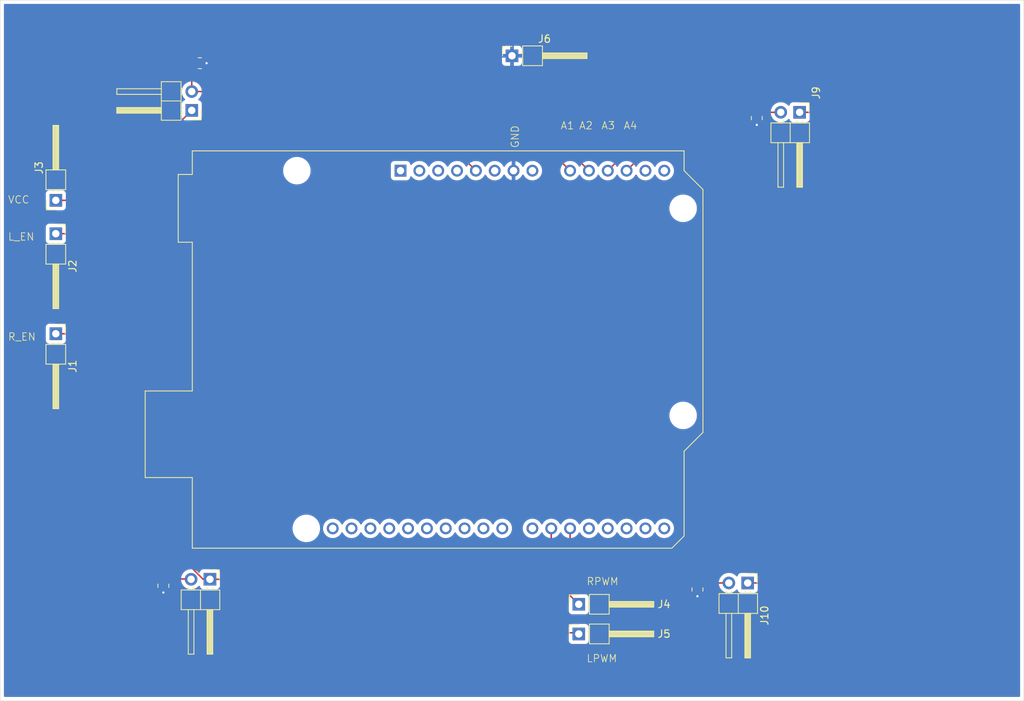
<source format=kicad_pcb>
(kicad_pcb (version 20240108) (generator "pcbnew") (generator_version "8.0")
  (layers (0 "F.Cu" signal) (31 "B.Cu" signal) (34 "B.Paste" user) (35 "F.Paste" user) (36 "B.SilkS" user "B.Silkscreen") (37 "F.SilkS" user "F.Silkscreen") (38 "B.Mask" user) (39 "F.Mask" user) (44 "Edge.Cuts" user))
  (net 0 "")
  (net 3 "Net-(A1-+5V)")
  (net 12 "Net-(A1-A2)")
  (net 14 "Net-(A1-A0)")
  (net 18 "GND")
  (net 24 "Net-(A1-D5)")
  (net 26 "Net-(A1-A1)")
  (net 30 "Net-(A1-D6)")
  (net 32 "Net-(A1-A3)")
  (footprint "Connector_PinHeader_2.54mm:PinHeader_1x01_P2.54mm_Horizontal" (layer "F.Cu") (at 112 20)
    (property "Reference" "J6" (at 4.385 -2.27 0) (layer "F.SilkS"))
    (property "Value" "Conn_01x01")
    (fp_line (start -1.27 -1.27) (end 0 -1.27) (stroke (width 0.12)) (layer "F.SilkS"))
    (fp_line (start -1.27 0) (end -1.27 -1.27) (stroke (width 0.12)) (layer "F.SilkS"))
    (fp_line (start 1.11 -0.38) (end 1.44 -0.38) (stroke (width 0.12)) (layer "F.SilkS"))
    (fp_line (start 1.11 0.38) (end 1.44 0.38) (stroke (width 0.12)) (layer "F.SilkS"))
    (fp_line (start 1.44 -1.33) (end 1.44 1.33) (stroke (width 0.12)) (layer "F.SilkS"))
    (fp_line (start 1.44 1.33) (end 4.1 1.33) (stroke (width 0.12)) (layer "F.SilkS"))
    (fp_line (start 4.1 -1.33) (end 1.44 -1.33) (stroke (width 0.12)) (layer "F.SilkS"))
    (fp_line (start 4.1 -0.38) (end 10.1 -0.38) (stroke (width 0.12)) (layer "F.SilkS"))
    (fp_line (start 4.1 -0.32) (end 10.1 -0.32) (stroke (width 0.12)) (layer "F.SilkS"))
    (fp_line (start 4.1 -0.2) (end 10.1 -0.2) (stroke (width 0.12)) (layer "F.SilkS"))
    (fp_line (start 4.1 -0.08) (end 10.1 -0.08) (stroke (width 0.12)) (layer "F.SilkS"))
    (fp_line (start 4.1 0.04) (end 10.1 0.04) (stroke (width 0.12)) (layer "F.SilkS"))
    (fp_line (start 4.1 0.16) (end 10.1 0.16) (stroke (width 0.12)) (layer "F.SilkS"))
    (fp_line (start 4.1 0.28) (end 10.1 0.28) (stroke (width 0.12)) (layer "F.SilkS"))
    (fp_line (start 4.1 1.33) (end 4.1 -1.33) (stroke (width 0.12)) (layer "F.SilkS"))
    (fp_line (start 10.1 -0.38) (end 10.1 0.38) (stroke (width 0.12)) (layer "F.SilkS"))
    (fp_line (start 10.1 0.38) (end 4.1 0.38) (stroke (width 0.12)) (layer "F.SilkS"))
    (pad "1" thru_hole rect (at 0 0) (size 1.7 1.7) (drill 1) (layers "*.Cu" "*.Mask") (net 18 "GND"))
  )
  (footprint "Connector_PinHeader_2.54mm:PinHeader_1x01_P2.54mm_Horizontal" (layer "F.Cu") (at 50.5 39.5 90)
    (property "Reference" "J3" (at 4.385 -2.27 90) (layer "F.SilkS"))
    (property "Value" "Conn_01x01")
    (fp_line (start 4.1 -1.33) (end 1.44 -1.33) (stroke (width 0.12)) (layer "F.SilkS"))
    (fp_line (start 1.44 -1.33) (end 1.44 1.33) (stroke (width 0.12)) (layer "F.SilkS"))
    (fp_line (start -1.27 -1.27) (end 0 -1.27) (stroke (width 0.12)) (layer "F.SilkS"))
    (fp_line (start 10.1 -0.38) (end 10.1 0.38) (stroke (width 0.12)) (layer "F.SilkS"))
    (fp_line (start 4.1 -0.38) (end 10.1 -0.38) (stroke (width 0.12)) (layer "F.SilkS"))
    (fp_line (start 1.11 -0.38) (end 1.44 -0.38) (stroke (width 0.12)) (layer "F.SilkS"))
    (fp_line (start 4.1 -0.32) (end 10.1 -0.32) (stroke (width 0.12)) (layer "F.SilkS"))
    (fp_line (start 4.1 -0.2) (end 10.1 -0.2) (stroke (width 0.12)) (layer "F.SilkS"))
    (fp_line (start 4.1 -0.08) (end 10.1 -0.08) (stroke (width 0.12)) (layer "F.SilkS"))
    (fp_line (start -1.27 0) (end -1.27 -1.27) (stroke (width 0.12)) (layer "F.SilkS"))
    (fp_line (start 4.1 0.04) (end 10.1 0.04) (stroke (width 0.12)) (layer "F.SilkS"))
    (fp_line (start 4.1 0.16) (end 10.1 0.16) (stroke (width 0.12)) (layer "F.SilkS"))
    (fp_line (start 4.1 0.28) (end 10.1 0.28) (stroke (width 0.12)) (layer "F.SilkS"))
    (fp_line (start 10.1 0.38) (end 4.1 0.38) (stroke (width 0.12)) (layer "F.SilkS"))
    (fp_line (start 1.11 0.38) (end 1.44 0.38) (stroke (width 0.12)) (layer "F.SilkS"))
    (fp_line (start 4.1 1.33) (end 4.1 -1.33) (stroke (width 0.12)) (layer "F.SilkS"))
    (fp_line (start 1.44 1.33) (end 4.1 1.33) (stroke (width 0.12)) (layer "F.SilkS"))
    (pad "1" thru_hole rect (at 0 0 90) (size 1.7 1.7) (drill 1) (layers "*.Cu" "*.Mask") (net 3 "Net-(A1-+5V)"))
  )
  (footprint "Resistor_SMD:R_0805_2012Metric" (layer "F.Cu") (at 137 92 -90)
    (property "Reference" "R8" (hide yes))
    (property "Value" "220" (hide yes))
    (fp_line (start -0.227064 0.735) (end 0.227064 0.735) (stroke (width 0.12)) (layer "F.SilkS"))
    (fp_line (start -0.227064 -0.735) (end 0.227064 -0.735) (stroke (width 0.12)) (layer "F.SilkS"))
    (pad "1" smd roundrect (at -0.9125 0 270) (size 1.025 1.4) (layers "F.Cu" "F.Paste" "F.Mask") (roundrect_rratio 0.243902) (net 32 "Net-(A1-A3)"))
    (pad "2" smd roundrect (at 0.9125 0 270) (size 1.025 1.4) (layers "F.Cu" "F.Paste" "F.Mask") (roundrect_rratio 0.243902) (net 18 "GND"))
  )
  (footprint "Connector_PinHeader_2.54mm:PinHeader_1x02_P2.54mm_Horizontal" (layer "F.Cu") (at 150.775 27.625 -90)
    (property "Reference" "J9" (at -2.625 -2.225 90) (layer "F.SilkS"))
    (property "Value" "PR_3")
    (fp_line (start 1.44 3.87) (end 4.1 3.87) (stroke (width 0.12)) (layer "F.SilkS"))
    (fp_line (start 4.1 3.87) (end 4.1 -1.33) (stroke (width 0.12)) (layer "F.SilkS"))
    (fp_line (start 1.042929 2.92) (end 1.44 2.92) (stroke (width 0.12)) (layer "F.SilkS"))
    (fp_line (start 10.1 2.92) (end 4.1 2.92) (stroke (width 0.12)) (layer "F.SilkS"))
    (fp_line (start 1.042929 2.16) (end 1.44 2.16) (stroke (width 0.12)) (layer "F.SilkS"))
    (fp_line (start 4.1 2.16) (end 10.1 2.16) (stroke (width 0.12)) (layer "F.SilkS"))
    (fp_line (start 10.1 2.16) (end 10.1 2.92) (stroke (width 0.12)) (layer "F.SilkS"))
    (fp_line (start 1.44 1.27) (end 4.1 1.27) (stroke (width 0.12)) (layer "F.SilkS"))
    (fp_line (start 1.11 0.38) (end 1.44 0.38) (stroke (width 0.12)) (layer "F.SilkS"))
    (fp_line (start 10.1 0.38) (end 4.1 0.38) (stroke (width 0.12)) (layer "F.SilkS"))
    (fp_line (start 4.1 0.28) (end 10.1 0.28) (stroke (width 0.12)) (layer "F.SilkS"))
    (fp_line (start 4.1 0.16) (end 10.1 0.16) (stroke (width 0.12)) (layer "F.SilkS"))
    (fp_line (start 4.1 0.04) (end 10.1 0.04) (stroke (width 0.12)) (layer "F.SilkS"))
    (fp_line (start -1.27 0) (end -1.27 -1.27) (stroke (width 0.12)) (layer "F.SilkS"))
    (fp_line (start 4.1 -0.08) (end 10.1 -0.08) (stroke (width 0.12)) (layer "F.SilkS"))
    (fp_line (start 4.1 -0.2) (end 10.1 -0.2) (stroke (width 0.12)) (layer "F.SilkS"))
    (fp_line (start 4.1 -0.32) (end 10.1 -0.32) (stroke (width 0.12)) (layer "F.SilkS"))
    (fp_line (start 1.11 -0.38) (end 1.44 -0.38) (stroke (width 0.12)) (layer "F.SilkS"))
    (fp_line (start 4.1 -0.38) (end 10.1 -0.38) (stroke (width 0.12)) (layer "F.SilkS"))
    (fp_line (start 10.1 -0.38) (end 10.1 0.38) (stroke (width 0.12)) (layer "F.SilkS"))
    (fp_line (start -1.27 -1.27) (end 0 -1.27) (stroke (width 0.12)) (layer "F.SilkS"))
    (fp_line (start 1.44 -1.33) (end 1.44 3.87) (stroke (width 0.12)) (layer "F.SilkS"))
    (fp_line (start 4.1 -1.33) (end 1.44 -1.33) (stroke (width 0.12)) (layer "F.SilkS"))
    (pad "1" thru_hole rect (at 0 0 270) (size 1.7 1.7) (drill 1) (layers "*.Cu" "*.Mask") (net 3 "Net-(A1-+5V)"))
    (pad "2" thru_hole oval (at 0 2.54 270) (size 1.7 1.7) (drill 1) (layers "*.Cu" "*.Mask") (net 12 "Net-(A1-A2)"))
  )
  (footprint "Module:Arduino_UNO_R3_WithMountingHoles" (layer "F.Cu") (at 96.97 35.5)
    (property "Reference" "A1" (hide yes))
    (property "Value" "Arduino_UNO_R3")
    (fp_line (start -34.42 29.72) (end -34.42 41.4) (stroke (width 0.12)) (layer "F.SilkS"))
    (fp_line (start -34.42 41.4) (end -28.07 41.4) (stroke (width 0.12)) (layer "F.SilkS"))
    (fp_line (start -29.97 0.51) (end -29.97 9.65) (stroke (width 0.12)) (layer "F.SilkS"))
    (fp_line (start -29.97 9.65) (end -28.07 9.65) (stroke (width 0.12)) (layer "F.SilkS"))
    (fp_line (start -28.07 -2.67) (end -28.07 0.51) (stroke (width 0.12)) (layer "F.SilkS"))
    (fp_line (start -28.07 0.51) (end -29.97 0.51) (stroke (width 0.12)) (layer "F.SilkS"))
    (fp_line (start -28.07 9.65) (end -28.07 29.72) (stroke (width 0.12)) (layer "F.SilkS"))
    (fp_line (start -28.07 29.72) (end -34.42 29.72) (stroke (width 0.12)) (layer "F.SilkS"))
    (fp_line (start -28.07 41.4) (end -28.07 50.93) (stroke (width 0.12)) (layer "F.SilkS"))
    (fp_line (start -28.07 50.93) (end 36.58 50.93) (stroke (width 0.12)) (layer "F.SilkS"))
    (fp_line (start 36.58 50.93) (end 38.23 49.28) (stroke (width 0.12)) (layer "F.SilkS"))
    (fp_line (start 38.23 -2.67) (end -28.07 -2.67) (stroke (width 0.12)) (layer "F.SilkS"))
    (fp_line (start 38.23 0) (end 38.23 -2.67) (stroke (width 0.12)) (layer "F.SilkS"))
    (fp_line (start 38.23 37.85) (end 40.77 35.31) (stroke (width 0.12)) (layer "F.SilkS"))
    (fp_line (start 38.23 49.28) (end 38.23 37.85) (stroke (width 0.12)) (layer "F.SilkS"))
    (fp_line (start 40.77 2.54) (end 38.23 0) (stroke (width 0.12)) (layer "F.SilkS"))
    (fp_line (start 40.77 35.31) (end 40.77 2.54) (stroke (width 0.12)) (layer "F.SilkS"))
    (pad "" np_thru_hole circle (at -13.97 0 90) (size 3.2 3.2) (drill 3.2) (layers "*.Cu" "*.Mask"))
    (pad "" np_thru_hole circle (at -12.7 48.26 90) (size 3.2 3.2) (drill 3.2) (layers "*.Cu" "*.Mask"))
    (pad "" np_thru_hole circle (at 38.1 5.08 90) (size 3.2 3.2) (drill 3.2) (layers "*.Cu" "*.Mask"))
    (pad "" np_thru_hole circle (at 38.1 33.02 90) (size 3.2 3.2) (drill 3.2) (layers "*.Cu" "*.Mask"))
    (pad "1" thru_hole rect (at 0 0 90) (size 1.6 1.6) (drill 1) (layers "*.Cu" "*.Mask"))
    (pad "2" thru_hole oval (at 2.54 0 90) (size 1.6 1.6) (drill 1) (layers "*.Cu" "*.Mask"))
    (pad "3" thru_hole oval (at 5.08 0 90) (size 1.6 1.6) (drill 1) (layers "*.Cu" "*.Mask"))
    (pad "4" thru_hole oval (at 7.62 0 90) (size 1.6 1.6) (drill 1) (layers "*.Cu" "*.Mask"))
    (pad "5" thru_hole oval (at 10.16 0 90) (size 1.6 1.6) (drill 1) (layers "*.Cu" "*.Mask") (net 3 "Net-(A1-+5V)"))
    (pad "6" thru_hole oval (at 12.7 0 90) (size 1.6 1.6) (drill 1) (layers "*.Cu" "*.Mask"))
    (pad "7" thru_hole oval (at 15.24 0 90) (size 1.6 1.6) (drill 1) (layers "*.Cu" "*.Mask") (net 18 "GND"))
    (pad "8" thru_hole oval (at 17.78 0 90) (size 1.6 1.6) (drill 1) (layers "*.Cu" "*.Mask"))
    (pad "9" thru_hole oval (at 22.86 0 90) (size 1.6 1.6) (drill 1) (layers "*.Cu" "*.Mask") (net 14 "Net-(A1-A0)"))
    (pad "10" thru_hole oval (at 25.4 0 90) (size 1.6 1.6) (drill 1) (layers "*.Cu" "*.Mask") (net 26 "Net-(A1-A1)"))
    (pad "11" thru_hole oval (at 27.94 0 90) (size 1.6 1.6) (drill 1) (layers "*.Cu" "*.Mask") (net 12 "Net-(A1-A2)"))
    (pad "12" thru_hole oval (at 30.48 0 90) (size 1.6 1.6) (drill 1) (layers "*.Cu" "*.Mask") (net 32 "Net-(A1-A3)"))
    (pad "13" thru_hole oval (at 33.02 0 90) (size 1.6 1.6) (drill 1) (layers "*.Cu" "*.Mask"))
    (pad "14" thru_hole oval (at 35.56 0 90) (size 1.6 1.6) (drill 1) (layers "*.Cu" "*.Mask"))
    (pad "15" thru_hole oval (at 35.56 48.26 90) (size 1.6 1.6) (drill 1) (layers "*.Cu" "*.Mask"))
    (pad "16" thru_hole oval (at 33.02 48.26 90) (size 1.6 1.6) (drill 1) (layers "*.Cu" "*.Mask"))
    (pad "17" thru_hole oval (at 30.48 48.26 90) (size 1.6 1.6) (drill 1) (layers "*.Cu" "*.Mask"))
    (pad "18" thru_hole oval (at 27.94 48.26 90) (size 1.6 1.6) (drill 1) (layers "*.Cu" "*.Mask"))
    (pad "19" thru_hole oval (at 25.4 48.26 90) (size 1.6 1.6) (drill 1) (layers "*.Cu" "*.Mask"))
    (pad "20" thru_hole oval (at 22.86 48.26 90) (size 1.6 1.6) (drill 1) (layers "*.Cu" "*.Mask") (net 24 "Net-(A1-D5)"))
    (pad "21" thru_hole oval (at 20.32 48.26 90) (size 1.6 1.6) (drill 1) (layers "*.Cu" "*.Mask") (net 30 "Net-(A1-D6)"))
    (pad "22" thru_hole oval (at 17.78 48.26 90) (size 1.6 1.6) (drill 1) (layers "*.Cu" "*.Mask"))
    (pad "23" thru_hole oval (at 13.72 48.26 90) (size 1.6 1.6) (drill 1) (layers "*.Cu" "*.Mask"))
    (pad "24" thru_hole oval (at 11.18 48.26 90) (size 1.6 1.6) (drill 1) (layers "*.Cu" "*.Mask"))
    (pad "25" thru_hole oval (at 8.64 48.26 90) (size 1.6 1.6) (drill 1) (layers "*.Cu" "*.Mask"))
    (pad "26" thru_hole oval (at 6.1 48.26 90) (size 1.6 1.6) (drill 1) (layers "*.Cu" "*.Mask"))
    (pad "27" thru_hole oval (at 3.56 48.26 90) (size 1.6 1.6) (drill 1) (layers "*.Cu" "*.Mask"))
    (pad "28" thru_hole oval (at 1.02 48.26 90) (size 1.6 1.6) (drill 1) (layers "*.Cu" "*.Mask"))
    (pad "29" thru_hole oval (at -1.52 48.26 90) (size 1.6 1.6) (drill 1) (layers "*.Cu" "*.Mask"))
    (pad "30" thru_hole oval (at -4.06 48.26 90) (size 1.6 1.6) (drill 1) (layers "*.Cu" "*.Mask"))
    (pad "31" thru_hole oval (at -6.6 48.26 90) (size 1.6 1.6) (drill 1) (layers "*.Cu" "*.Mask"))
    (pad "32" thru_hole oval (at -9.14 48.26 90) (size 1.6 1.6) (drill 1) (layers "*.Cu" "*.Mask"))
  )
  (footprint "Resistor_SMD:R_0805_2012Metric" (layer "F.Cu") (at 69.9125 21)
    (property "Reference" "R6" (hide yes))
    (property "Value" "220" (hide yes))
    (fp_line (start -0.227064 -0.735) (end 0.227064 -0.735) (stroke (width 0.12)) (layer "F.SilkS"))
    (fp_line (start -0.227064 0.735) (end 0.227064 0.735) (stroke (width 0.12)) (layer "F.SilkS"))
    (pad "1" smd roundrect (at -0.9125 0) (size 1.025 1.4) (layers "F.Cu" "F.Paste" "F.Mask") (roundrect_rratio 0.243902) (net 26 "Net-(A1-A1)"))
    (pad "2" smd roundrect (at 0.9125 0) (size 1.025 1.4) (layers "F.Cu" "F.Paste" "F.Mask") (roundrect_rratio 0.243902) (net 18 "GND"))
  )
  (footprint "Connector_PinHeader_2.54mm:PinHeader_1x02_P2.54mm_Horizontal" (layer "F.Cu") (at 71.275 90.625 -90)
    (property "Reference" "J7" (hide yes))
    (property "Value" "PR_1")
    (fp_line (start 1.44 3.87) (end 4.1 3.87) (stroke (width 0.12)) (layer "F.SilkS"))
    (fp_line (start 4.1 3.87) (end 4.1 -1.33) (stroke (width 0.12)) (layer "F.SilkS"))
    (fp_line (start 1.042929 2.92) (end 1.44 2.92) (stroke (width 0.12)) (layer "F.SilkS"))
    (fp_line (start 10.1 2.92) (end 4.1 2.92) (stroke (width 0.12)) (layer "F.SilkS"))
    (fp_line (start 1.042929 2.16) (end 1.44 2.16) (stroke (width 0.12)) (layer "F.SilkS"))
    (fp_line (start 4.1 2.16) (end 10.1 2.16) (stroke (width 0.12)) (layer "F.SilkS"))
    (fp_line (start 10.1 2.16) (end 10.1 2.92) (stroke (width 0.12)) (layer "F.SilkS"))
    (fp_line (start 1.44 1.27) (end 4.1 1.27) (stroke (width 0.12)) (layer "F.SilkS"))
    (fp_line (start 1.11 0.38) (end 1.44 0.38) (stroke (width 0.12)) (layer "F.SilkS"))
    (fp_line (start 10.1 0.38) (end 4.1 0.38) (stroke (width 0.12)) (layer "F.SilkS"))
    (fp_line (start 4.1 0.28) (end 10.1 0.28) (stroke (width 0.12)) (layer "F.SilkS"))
    (fp_line (start 4.1 0.16) (end 10.1 0.16) (stroke (width 0.12)) (layer "F.SilkS"))
    (fp_line (start 4.1 0.04) (end 10.1 0.04) (stroke (width 0.12)) (layer "F.SilkS"))
    (fp_line (start -1.27 0) (end -1.27 -1.27) (stroke (width 0.12)) (layer "F.SilkS"))
    (fp_line (start 4.1 -0.08) (end 10.1 -0.08) (stroke (width 0.12)) (layer "F.SilkS"))
    (fp_line (start 4.1 -0.2) (end 10.1 -0.2) (stroke (width 0.12)) (layer "F.SilkS"))
    (fp_line (start 4.1 -0.32) (end 10.1 -0.32) (stroke (width 0.12)) (layer "F.SilkS"))
    (fp_line (start 1.11 -0.38) (end 1.44 -0.38) (stroke (width 0.12)) (layer "F.SilkS"))
    (fp_line (start 4.1 -0.38) (end 10.1 -0.38) (stroke (width 0.12)) (layer "F.SilkS"))
    (fp_line (start 10.1 -0.38) (end 10.1 0.38) (stroke (width 0.12)) (layer "F.SilkS"))
    (fp_line (start -1.27 -1.27) (end 0 -1.27) (stroke (width 0.12)) (layer "F.SilkS"))
    (fp_line (start 1.44 -1.33) (end 1.44 3.87) (stroke (width 0.12)) (layer "F.SilkS"))
    (fp_line (start 4.1 -1.33) (end 1.44 -1.33) (stroke (width 0.12)) (layer "F.SilkS"))
    (pad "1" thru_hole rect (at 0 0 270) (size 1.7 1.7) (drill 1) (layers "*.Cu" "*.Mask") (net 3 "Net-(A1-+5V)"))
    (pad "2" thru_hole oval (at 0 2.54 270) (size 1.7 1.7) (drill 1) (layers "*.Cu" "*.Mask") (net 14 "Net-(A1-A0)"))
  )
  (footprint "Connector_PinHeader_2.54mm:PinHeader_1x02_P2.54mm_Horizontal" (layer "F.Cu") (at 143.775 91.125 -90)
    (property "Reference" "J10" (at 4.385 -2.27 90) (layer "F.SilkS"))
    (property "Value" "PR_4")
    (fp_line (start 1.44 3.87) (end 4.1 3.87) (stroke (width 0.12)) (layer "F.SilkS"))
    (fp_line (start 4.1 3.87) (end 4.1 -1.33) (stroke (width 0.12)) (layer "F.SilkS"))
    (fp_line (start 1.042929 2.92) (end 1.44 2.92) (stroke (width 0.12)) (layer "F.SilkS"))
    (fp_line (start 10.1 2.92) (end 4.1 2.92) (stroke (width 0.12)) (layer "F.SilkS"))
    (fp_line (start 1.042929 2.16) (end 1.44 2.16) (stroke (width 0.12)) (layer "F.SilkS"))
    (fp_line (start 4.1 2.16) (end 10.1 2.16) (stroke (width 0.12)) (layer "F.SilkS"))
    (fp_line (start 10.1 2.16) (end 10.1 2.92) (stroke (width 0.12)) (layer "F.SilkS"))
    (fp_line (start 1.44 1.27) (end 4.1 1.27) (stroke (width 0.12)) (layer "F.SilkS"))
    (fp_line (start 1.11 0.38) (end 1.44 0.38) (stroke (width 0.12)) (layer "F.SilkS"))
    (fp_line (start 10.1 0.38) (end 4.1 0.38) (stroke (width 0.12)) (layer "F.SilkS"))
    (fp_line (start 4.1 0.28) (end 10.1 0.28) (stroke (width 0.12)) (layer "F.SilkS"))
    (fp_line (start 4.1 0.16) (end 10.1 0.16) (stroke (width 0.12)) (layer "F.SilkS"))
    (fp_line (start 4.1 0.04) (end 10.1 0.04) (stroke (width 0.12)) (layer "F.SilkS"))
    (fp_line (start -1.27 0) (end -1.27 -1.27) (stroke (width 0.12)) (layer "F.SilkS"))
    (fp_line (start 4.1 -0.08) (end 10.1 -0.08) (stroke (width 0.12)) (layer "F.SilkS"))
    (fp_line (start 4.1 -0.2) (end 10.1 -0.2) (stroke (width 0.12)) (layer "F.SilkS"))
    (fp_line (start 4.1 -0.32) (end 10.1 -0.32) (stroke (width 0.12)) (layer "F.SilkS"))
    (fp_line (start 1.11 -0.38) (end 1.44 -0.38) (stroke (width 0.12)) (layer "F.SilkS"))
    (fp_line (start 4.1 -0.38) (end 10.1 -0.38) (stroke (width 0.12)) (layer "F.SilkS"))
    (fp_line (start 10.1 -0.38) (end 10.1 0.38) (stroke (width 0.12)) (layer "F.SilkS"))
    (fp_line (start -1.27 -1.27) (end 0 -1.27) (stroke (width 0.12)) (layer "F.SilkS"))
    (fp_line (start 1.44 -1.33) (end 1.44 3.87) (stroke (width 0.12)) (layer "F.SilkS"))
    (fp_line (start 4.1 -1.33) (end 1.44 -1.33) (stroke (width 0.12)) (layer "F.SilkS"))
    (pad "1" thru_hole rect (at 0 0 270) (size 1.7 1.7) (drill 1) (layers "*.Cu" "*.Mask") (net 3 "Net-(A1-+5V)"))
    (pad "2" thru_hole oval (at 0 2.54 270) (size 1.7 1.7) (drill 1) (layers "*.Cu" "*.Mask") (net 32 "Net-(A1-A3)"))
  )
  (footprint "Connector_PinHeader_2.54mm:PinHeader_1x01_P2.54mm_Horizontal" (layer "F.Cu") (at 50.5 57.5 -90)
    (property "Reference" "J1" (at 4.385 -2.27 90) (layer "F.SilkS"))
    (property "Value" "Conn_01x01")
    (fp_line (start 1.44 1.33) (end 4.1 1.33) (stroke (width 0.12)) (layer "F.SilkS"))
    (fp_line (start 4.1 1.33) (end 4.1 -1.33) (stroke (width 0.12)) (layer "F.SilkS"))
    (fp_line (start 1.11 0.38) (end 1.44 0.38) (stroke (width 0.12)) (layer "F.SilkS"))
    (fp_line (start 10.1 0.38) (end 4.1 0.38) (stroke (width 0.12)) (layer "F.SilkS"))
    (fp_line (start 4.1 0.28) (end 10.1 0.28) (stroke (width 0.12)) (layer "F.SilkS"))
    (fp_line (start 4.1 0.16) (end 10.1 0.16) (stroke (width 0.12)) (layer "F.SilkS"))
    (fp_line (start 4.1 0.04) (end 10.1 0.04) (stroke (width 0.12)) (layer "F.SilkS"))
    (fp_line (start -1.27 0) (end -1.27 -1.27) (stroke (width 0.12)) (layer "F.SilkS"))
    (fp_line (start 4.1 -0.08) (end 10.1 -0.08) (stroke (width 0.12)) (layer "F.SilkS"))
    (fp_line (start 4.1 -0.2) (end 10.1 -0.2) (stroke (width 0.12)) (layer "F.SilkS"))
    (fp_line (start 4.1 -0.32) (end 10.1 -0.32) (stroke (width 0.12)) (layer "F.SilkS"))
    (fp_line (start 1.11 -0.38) (end 1.44 -0.38) (stroke (width 0.12)) (layer "F.SilkS"))
    (fp_line (start 4.1 -0.38) (end 10.1 -0.38) (stroke (width 0.12)) (layer "F.SilkS"))
    (fp_line (start 10.1 -0.38) (end 10.1 0.38) (stroke (width 0.12)) (layer "F.SilkS"))
    (fp_line (start -1.27 -1.27) (end 0 -1.27) (stroke (width 0.12)) (layer "F.SilkS"))
    (fp_line (start 1.44 -1.33) (end 1.44 1.33) (stroke (width 0.12)) (layer "F.SilkS"))
    (fp_line (start 4.1 -1.33) (end 1.44 -1.33) (stroke (width 0.12)) (layer "F.SilkS"))
    (pad "1" thru_hole rect (at 0 0 270) (size 1.7 1.7) (drill 1) (layers "*.Cu" "*.Mask") (net 3 "Net-(A1-+5V)"))
  )
  (footprint "Connector_PinHeader_2.54mm:PinHeader_1x01_P2.54mm_Horizontal" (layer "F.Cu") (at 121 98)
    (property "Reference" "J5" (at 11.5 0 0) (layer "F.SilkS"))
    (property "Value" "Conn_01x01")
    (fp_line (start -1.27 -1.27) (end 0 -1.27) (stroke (width 0.12)) (layer "F.SilkS"))
    (fp_line (start -1.27 0) (end -1.27 -1.27) (stroke (width 0.12)) (layer "F.SilkS"))
    (fp_line (start 1.11 -0.38) (end 1.44 -0.38) (stroke (width 0.12)) (layer "F.SilkS"))
    (fp_line (start 1.11 0.38) (end 1.44 0.38) (stroke (width 0.12)) (layer "F.SilkS"))
    (fp_line (start 1.44 -1.33) (end 1.44 1.33) (stroke (width 0.12)) (layer "F.SilkS"))
    (fp_line (start 1.44 1.33) (end 4.1 1.33) (stroke (width 0.12)) (layer "F.SilkS"))
    (fp_line (start 4.1 -1.33) (end 1.44 -1.33) (stroke (width 0.12)) (layer "F.SilkS"))
    (fp_line (start 4.1 -0.38) (end 10.1 -0.38) (stroke (width 0.12)) (layer "F.SilkS"))
    (fp_line (start 4.1 -0.32) (end 10.1 -0.32) (stroke (width 0.12)) (layer "F.SilkS"))
    (fp_line (start 4.1 -0.2) (end 10.1 -0.2) (stroke (width 0.12)) (layer "F.SilkS"))
    (fp_line (start 4.1 -0.08) (end 10.1 -0.08) (stroke (width 0.12)) (layer "F.SilkS"))
    (fp_line (start 4.1 0.04) (end 10.1 0.04) (stroke (width 0.12)) (layer "F.SilkS"))
    (fp_line (start 4.1 0.16) (end 10.1 0.16) (stroke (width 0.12)) (layer "F.SilkS"))
    (fp_line (start 4.1 0.28) (end 10.1 0.28) (stroke (width 0.12)) (layer "F.SilkS"))
    (fp_line (start 4.1 1.33) (end 4.1 -1.33) (stroke (width 0.12)) (layer "F.SilkS"))
    (fp_line (start 10.1 -0.38) (end 10.1 0.38) (stroke (width 0.12)) (layer "F.SilkS"))
    (fp_line (start 10.1 0.38) (end 4.1 0.38) (stroke (width 0.12)) (layer "F.SilkS"))
    (pad "1" thru_hole rect (at 0 0) (size 1.7 1.7) (drill 1) (layers "*.Cu" "*.Mask") (net 30 "Net-(A1-D6)"))
  )
  (footprint "Resistor_SMD:R_0805_2012Metric" (layer "F.Cu") (at 65 91.5 -90)
    (property "Reference" "R5" (hide yes))
    (property "Value" "220" (hide yes))
    (fp_line (start -0.227064 0.735) (end 0.227064 0.735) (stroke (width 0.12)) (layer "F.SilkS"))
    (fp_line (start -0.227064 -0.735) (end 0.227064 -0.735) (stroke (width 0.12)) (layer "F.SilkS"))
    (pad "1" smd roundrect (at -0.9125 0 270) (size 1.025 1.4) (layers "F.Cu" "F.Paste" "F.Mask") (roundrect_rratio 0.243902) (net 14 "Net-(A1-A0)"))
    (pad "2" smd roundrect (at 0.9125 0 270) (size 1.025 1.4) (layers "F.Cu" "F.Paste" "F.Mask") (roundrect_rratio 0.243902) (net 18 "GND"))
  )
  (footprint "Resistor_SMD:R_0805_2012Metric" (layer "F.Cu") (at 145 28.4125 -90)
    (property "Reference" "R7" (hide yes))
    (property "Value" "220" (hide yes))
    (fp_line (start -0.227064 0.735) (end 0.227064 0.735) (stroke (width 0.12)) (layer "F.SilkS"))
    (fp_line (start -0.227064 -0.735) (end 0.227064 -0.735) (stroke (width 0.12)) (layer "F.SilkS"))
    (pad "1" smd roundrect (at -0.9125 0 270) (size 1.025 1.4) (layers "F.Cu" "F.Paste" "F.Mask") (roundrect_rratio 0.243902) (net 12 "Net-(A1-A2)"))
    (pad "2" smd roundrect (at 0.9125 0 270) (size 1.025 1.4) (layers "F.Cu" "F.Paste" "F.Mask") (roundrect_rratio 0.243902) (net 18 "GND"))
  )
  (footprint "Connector_PinHeader_2.54mm:PinHeader_1x01_P2.54mm_Horizontal" (layer "F.Cu") (at 121 94)
    (property "Reference" "J4" (at 11.5 0 0) (layer "F.SilkS"))
    (property "Value" "Conn_01x01")
    (fp_line (start -1.27 -1.27) (end 0 -1.27) (stroke (width 0.12)) (layer "F.SilkS"))
    (fp_line (start -1.27 0) (end -1.27 -1.27) (stroke (width 0.12)) (layer "F.SilkS"))
    (fp_line (start 1.11 -0.38) (end 1.44 -0.38) (stroke (width 0.12)) (layer "F.SilkS"))
    (fp_line (start 1.11 0.38) (end 1.44 0.38) (stroke (width 0.12)) (layer "F.SilkS"))
    (fp_line (start 1.44 -1.33) (end 1.44 1.33) (stroke (width 0.12)) (layer "F.SilkS"))
    (fp_line (start 1.44 1.33) (end 4.1 1.33) (stroke (width 0.12)) (layer "F.SilkS"))
    (fp_line (start 4.1 -1.33) (end 1.44 -1.33) (stroke (width 0.12)) (layer "F.SilkS"))
    (fp_line (start 4.1 -0.38) (end 10.1 -0.38) (stroke (width 0.12)) (layer "F.SilkS"))
    (fp_line (start 4.1 -0.32) (end 10.1 -0.32) (stroke (width 0.12)) (layer "F.SilkS"))
    (fp_line (start 4.1 -0.2) (end 10.1 -0.2) (stroke (width 0.12)) (layer "F.SilkS"))
    (fp_line (start 4.1 -0.08) (end 10.1 -0.08) (stroke (width 0.12)) (layer "F.SilkS"))
    (fp_line (start 4.1 0.04) (end 10.1 0.04) (stroke (width 0.12)) (layer "F.SilkS"))
    (fp_line (start 4.1 0.16) (end 10.1 0.16) (stroke (width 0.12)) (layer "F.SilkS"))
    (fp_line (start 4.1 0.28) (end 10.1 0.28) (stroke (width 0.12)) (layer "F.SilkS"))
    (fp_line (start 4.1 1.33) (end 4.1 -1.33) (stroke (width 0.12)) (layer "F.SilkS"))
    (fp_line (start 10.1 -0.38) (end 10.1 0.38) (stroke (width 0.12)) (layer "F.SilkS"))
    (fp_line (start 10.1 0.38) (end 4.1 0.38) (stroke (width 0.12)) (layer "F.SilkS"))
    (pad "1" thru_hole rect (at 0 0) (size 1.7 1.7) (drill 1) (layers "*.Cu" "*.Mask") (net 24 "Net-(A1-D5)"))
  )
  (footprint "Connector_PinHeader_2.54mm:PinHeader_1x02_P2.54mm_Horizontal" (layer "F.Cu") (at 68.825 27.365 180)
    (property "Reference" "J8" (hide yes))
    (property "Value" "PR_2")
    (fp_line (start 10.1 2.92) (end 4.1 2.92) (stroke (width 0.12)) (layer "F.SilkS"))
    (fp_line (start 10.1 2.16) (end 10.1 2.92) (stroke (width 0.12)) (layer "F.SilkS"))
    (fp_line (start 10.1 0.38) (end 4.1 0.38) (stroke (width 0.12)) (layer "F.SilkS"))
    (fp_line (start 10.1 -0.38) (end 10.1 0.38) (stroke (width 0.12)) (layer "F.SilkS"))
    (fp_line (start 4.1 3.87) (end 4.1 -1.33) (stroke (width 0.12)) (layer "F.SilkS"))
    (fp_line (start 4.1 2.16) (end 10.1 2.16) (stroke (width 0.12)) (layer "F.SilkS"))
    (fp_line (start 4.1 0.28) (end 10.1 0.28) (stroke (width 0.12)) (layer "F.SilkS"))
    (fp_line (start 4.1 0.16) (end 10.1 0.16) (stroke (width 0.12)) (layer "F.SilkS"))
    (fp_line (start 4.1 0.04) (end 10.1 0.04) (stroke (width 0.12)) (layer "F.SilkS"))
    (fp_line (start 4.1 -0.08) (end 10.1 -0.08) (stroke (width 0.12)) (layer "F.SilkS"))
    (fp_line (start 4.1 -0.2) (end 10.1 -0.2) (stroke (width 0.12)) (layer "F.SilkS"))
    (fp_line (start 4.1 -0.32) (end 10.1 -0.32) (stroke (width 0.12)) (layer "F.SilkS"))
    (fp_line (start 4.1 -0.38) (end 10.1 -0.38) (stroke (width 0.12)) (layer "F.SilkS"))
    (fp_line (start 4.1 -1.33) (end 1.44 -1.33) (stroke (width 0.12)) (layer "F.SilkS"))
    (fp_line (start 1.44 3.87) (end 4.1 3.87) (stroke (width 0.12)) (layer "F.SilkS"))
    (fp_line (start 1.44 1.27) (end 4.1 1.27) (stroke (width 0.12)) (layer "F.SilkS"))
    (fp_line (start 1.44 -1.33) (end 1.44 3.87) (stroke (width 0.12)) (layer "F.SilkS"))
    (fp_line (start 1.11 0.38) (end 1.44 0.38) (stroke (width 0.12)) (layer "F.SilkS"))
    (fp_line (start 1.11 -0.38) (end 1.44 -0.38) (stroke (width 0.12)) (layer "F.SilkS"))
    (fp_line (start 1.042929 2.92) (end 1.44 2.92) (stroke (width 0.12)) (layer "F.SilkS"))
    (fp_line (start 1.042929 2.16) (end 1.44 2.16) (stroke (width 0.12)) (layer "F.SilkS"))
    (fp_line (start -1.27 0) (end -1.27 -1.27) (stroke (width 0.12)) (layer "F.SilkS"))
    (fp_line (start -1.27 -1.27) (end 0 -1.27) (stroke (width 0.12)) (layer "F.SilkS"))
    (pad "1" thru_hole rect (at 0 0 180) (size 1.7 1.7) (drill 1) (layers "*.Cu" "*.Mask") (net 3 "Net-(A1-+5V)"))
    (pad "2" thru_hole oval (at 0 2.54 180) (size 1.7 1.7) (drill 1) (layers "*.Cu" "*.Mask") (net 26 "Net-(A1-A1)"))
  )
  (footprint "Connector_PinHeader_2.54mm:PinHeader_1x01_P2.54mm_Horizontal" (layer "F.Cu") (at 50.5 44 -90)
    (property "Reference" "J2" (at 4.385 -2.27 90) (layer "F.SilkS"))
    (property "Value" "Conn_01x01")
    (fp_line (start 1.44 1.33) (end 4.1 1.33) (stroke (width 0.12)) (layer "F.SilkS"))
    (fp_line (start 4.1 1.33) (end 4.1 -1.33) (stroke (width 0.12)) (layer "F.SilkS"))
    (fp_line (start 1.11 0.38) (end 1.44 0.38) (stroke (width 0.12)) (layer "F.SilkS"))
    (fp_line (start 10.1 0.38) (end 4.1 0.38) (stroke (width 0.12)) (layer "F.SilkS"))
    (fp_line (start 4.1 0.28) (end 10.1 0.28) (stroke (width 0.12)) (layer "F.SilkS"))
    (fp_line (start 4.1 0.16) (end 10.1 0.16) (stroke (width 0.12)) (layer "F.SilkS"))
    (fp_line (start 4.1 0.04) (end 10.1 0.04) (stroke (width 0.12)) (layer "F.SilkS"))
    (fp_line (start -1.27 0) (end -1.27 -1.27) (stroke (width 0.12)) (layer "F.SilkS"))
    (fp_line (start 4.1 -0.08) (end 10.1 -0.08) (stroke (width 0.12)) (layer "F.SilkS"))
    (fp_line (start 4.1 -0.2) (end 10.1 -0.2) (stroke (width 0.12)) (layer "F.SilkS"))
    (fp_line (start 4.1 -0.32) (end 10.1 -0.32) (stroke (width 0.12)) (layer "F.SilkS"))
    (fp_line (start 1.11 -0.38) (end 1.44 -0.38) (stroke (width 0.12)) (layer "F.SilkS"))
    (fp_line (start 4.1 -0.38) (end 10.1 -0.38) (stroke (width 0.12)) (layer "F.SilkS"))
    (fp_line (start 10.1 -0.38) (end 10.1 0.38) (stroke (width 0.12)) (layer "F.SilkS"))
    (fp_line (start -1.27 -1.27) (end 0 -1.27) (stroke (width 0.12)) (layer "F.SilkS"))
    (fp_line (start 1.44 -1.33) (end 1.44 1.33) (stroke (width 0.12)) (layer "F.SilkS"))
    (fp_line (start 4.1 -1.33) (end 1.44 -1.33) (stroke (width 0.12)) (layer "F.SilkS"))
    (pad "1" thru_hole rect (at 0 0 270) (size 1.7 1.7) (drill 1) (layers "*.Cu" "*.Mask") (net 3 "Net-(A1-+5V)"))
  )
  (gr_rect (start 43 12.5) (end 181 107) (stroke (width 0.05)) (fill none) (layer "Edge.Cuts"))
  (gr_text "L_EN" (at 44 45 0) (layer "F.SilkS") (effects (font (size 1 1) (thickness 0.1)) (justify left bottom)))
  (gr_text "LPWM\n\n" (at 122 103.5 0) (layer "F.SilkS") (effects (font (size 1 1) (thickness 0.1)) (justify left bottom)))
  (gr_text "R_EN\n" (at 44 58.5 0) (layer "F.SilkS") (effects (font (size 1 1) (thickness 0.1)) (justify left bottom)))
  (gr_text "VCC" (at 44 40 0) (layer "F.SilkS") (effects (font (size 1 1) (thickness 0.1)) (justify left bottom)))
  (gr_text "RPWM\n" (at 122 91.5 0) (layer "F.SilkS") (effects (font (size 1 1) (thickness 0.1)) (justify left bottom)))
  (gr_text "GND\n" (at 113 32.5 90) (layer "F.SilkS") (effects (font (size 1 1) (thickness 0.1)) (justify left bottom)))
  (gr_text "A3" (at 124 30 0) (layer "F.SilkS") (effects (font (size 1 1) (thickness 0.1)) (justify left bottom)))
  (gr_text "A2" (at 121 30 0) (layer "F.SilkS") (effects (font (size 1 1) (thickness 0.1)) (justify left bottom)))
  (gr_text "A4" (at 127 30 0) (layer "F.SilkS") (effects (font (size 1 1) (thickness 0.1)) (justify left bottom)))
  (gr_text "A1\n" (at 118.5 30 0) (layer "F.SilkS") (effects (font (size 1 1) (thickness 0.1)) (justify left bottom)))
  (segment (start 72.625 90.625) (end 71.275 90.625) (width 0.2) (layer "F.Cu") (net 3))
  (segment (start 54.5 43) (end 54.5 41) (width 0.2) (layer "F.Cu") (net 3))
  (segment (start 65 32) (end 61.5 35.5) (width 0.2) (layer "F.Cu") (net 3))
  (segment (start 70.361346 90.625) (end 71.275 90.625) (width 0.2) (layer "F.Cu") (net 3))
  (segment (start 107.13 35.5) (end 103.63 32) (width 0.2) (layer "F.Cu") (net 3))
  (segment (start 64.5 29.5) (end 66.69 29.5) (width 0.2) (layer "F.Cu") (net 3))
  (segment (start 159.5 28.5) (end 159.5 85) (width 0.2) (layer "F.Cu") (net 3))
  (segment (start 83.5 105) (end 81 105) (width 0.2) (layer "F.Cu") (net 3))
  (segment (start 54.5 43) (end 53.5 44) (width 0.2) (layer "F.Cu") (net 3))
  (segment (start 54.5 102.5) (end 54.5 56.5) (width 0.2) (layer "F.Cu") (net 3))
  (segment (start 158.625 27.625) (end 159.5 28.5) (width 0.2) (layer "F.Cu") (net 3))
  (segment (start 153.5 91) (end 153.5 96.5) (width 0.2) (layer "F.Cu") (net 3))
  (segment (start 61.5 81.763654) (end 70.361346 90.625) (width 0.2) (layer "F.Cu") (net 3))
  (segment (start 103.63 32) (end 65 32) (width 0.2) (layer "F.Cu") (net 3))
  (segment (start 66.69 29.5) (end 68.825 27.365) (width 0.2) (layer "F.Cu") (net 3))
  (segment (start 54.5 56.5) (end 53.5 57.5) (width 0.2) (layer "F.Cu") (net 3))
  (segment (start 153.5 91) (end 153.375 91.125) (width 0.2) (layer "F.Cu") (net 3))
  (segment (start 153.375 91.125) (end 143.775 91.125) (width 0.2) (layer "F.Cu") (net 3))
  (segment (start 61.5 35.5) (end 61.5 81.763654) (width 0.2) (layer "F.Cu") (net 3))
  (segment (start 159.5 85) (end 153.5 91) (width 0.2) (layer "F.Cu") (net 3))
  (segment (start 53.5 44) (end 50.5 44) (width 0.2) (layer "F.Cu") (net 3))
  (segment (start 76.5 94.5) (end 72.625 90.625) (width 0.2) (layer "F.Cu") (net 3))
  (segment (start 76.5 105) (end 57 105) (width 0.2) (layer "F.Cu") (net 3))
  (segment (start 76.5 105) (end 76.5 94.5) (width 0.2) (layer "F.Cu") (net 3))
  (segment (start 145 105) (end 83.5 105) (width 0.2) (layer "F.Cu") (net 3))
  (segment (start 53.5 57.5) (end 50.5 57.5) (width 0.2) (layer "F.Cu") (net 3))
  (segment (start 150.775 27.625) (end 158.625 27.625) (width 0.2) (layer "F.Cu") (net 3))
  (segment (start 153.5 96.5) (end 145 105) (width 0.2) (layer "F.Cu") (net 3))
  (segment (start 107.13 35.5) (end 107 35.5) (width 0.2) (layer "F.Cu") (net 3))
  (segment (start 57 105) (end 54.5 102.5) (width 0.2) (layer "F.Cu") (net 3))
  (segment (start 53 39.5) (end 54.5 41) (width 0.2) (layer "F.Cu") (net 3))
  (segment (start 54.5 41) (end 54.5 39.5) (width 0.2) (layer "F.Cu") (net 3))
  (segment (start 81 105) (end 76.5 105) (width 0.2) (layer "F.Cu") (net 3))
  (segment (start 54.5 39.5) (end 64.5 29.5) (width 0.2) (layer "F.Cu") (net 3))
  (segment (start 50.5 39.5) (end 53 39.5) (width 0.2) (layer "F.Cu") (net 3))
  (segment (start 54.5 56.5) (end 54.5 43) (width 0.2) (layer "F.Cu") (net 3))
  (segment (start 145 27.5) (end 144 27.5) (width 0.2) (layer "F.Cu") (net 12))
  (segment (start 145.125 27.625) (end 145 27.5) (width 0.2) (layer "F.Cu") (net 12))
  (segment (start 148.235 27.625) (end 145.125 27.625) (width 0.2) (layer "F.Cu") (net 12))
  (segment (start 144 27.5) (end 143 26.5) (width 0.2) (layer "F.Cu") (net 12))
  (segment (start 133.91 26.5) (end 124.91 35.5) (width 0.2) (layer "F.Cu") (net 12))
  (segment (start 143 26.5) (end 133.91 26.5) (width 0.2) (layer "F.Cu") (net 12))
  (segment (start 119.83 35.5) (end 113.33 29) (width 0.2) (layer "F.Cu") (net 14))
  (segment (start 119.83 35.5) (end 120 35.5) (width 0.2) (layer "F.Cu") (net 14))
  (segment (start 60.5 86.5) (end 64.5875 90.5875) (width 0.2) (layer "F.Cu") (net 14))
  (segment (start 65 90.5875) (end 68.6975 90.5875) (width 0.2) (layer "F.Cu") (net 14))
  (segment (start 65.1 29.9) (end 60.5 34.5) (width 0.2) (layer "F.Cu") (net 14))
  (segment (start 66.855686 29.9) (end 65.1 29.9) (width 0.2) (layer "F.Cu") (net 14))
  (segment (start 60.5 34.5) (end 60.5 86.5) (width 0.2) (layer "F.Cu") (net 14))
  (segment (start 113.33 29) (end 67.755686 29) (width 0.2) (layer "F.Cu") (net 14))
  (segment (start 68.6975 90.5875) (end 68.735 90.625) (width 0.2) (layer "F.Cu") (net 14))
  (segment (start 67.755686 29) (end 66.855686 29.9) (width 0.2) (layer "F.Cu") (net 14))
  (segment (start 64.5875 90.5875) (end 65 90.5875) (width 0.2) (layer "F.Cu") (net 14))
  (via (at 137 92.9125) (size 0.6) (drill 0.3) (layers "F.Cu" "B.Cu") (net 18))
  (via (at 145 29.325) (size 0.6) (drill 0.3) (layers "F.Cu" "B.Cu") (net 18))
  (via (at 65 92.4125) (size 0.6) (drill 0.3) (layers "F.Cu" "B.Cu") (net 18))
  (via (at 70.825 21) (size 0.6) (drill 0.3) (layers "F.Cu" "B.Cu") (net 18))
  (segment (start 145 29.325) (end 144.675 29.325) (width 0.2) (layer "B.Cu") (net 18))
  (segment (start 119.83 92.83) (end 121 94) (width 0.2) (layer "F.Cu") (net 24))
  (segment (start 119.83 83.76) (end 119.83 92.83) (width 0.2) (layer "F.Cu") (net 24))
  (segment (start 68.825 21.175) (end 69 21) (width 0.2) (layer "F.Cu") (net 26))
  (segment (start 111.695 24.825) (end 122.37 35.5) (width 0.2) (layer "F.Cu") (net 26))
  (segment (start 68.5 24.5) (end 68.825 24.825) (width 0.2) (layer "F.Cu") (net 26))
  (segment (start 68.825 24.825) (end 68.825 21.175) (width 0.2) (layer "F.Cu") (net 26))
  (segment (start 68.825 24.825) (end 111.695 24.825) (width 0.2) (layer "F.Cu") (net 26))
  (segment (start 117.29 96.408305) (end 118.724754 97.843059) (width 0.2) (layer "F.Cu") (net 30))
  (segment (start 117.29 83.76) (end 117.29 96.408305) (width 0.2) (layer "F.Cu") (net 30))
  (segment (start 118.724754 97.843059) (end 121 97.843059) (width 0.2) (layer "F.Cu") (net 30))
  (segment (start 139 91.125) (end 139 29.5) (width 0.2) (layer "F.Cu") (net 32))
  (segment (start 138.5 29) (end 133.95 29) (width 0.2) (layer "F.Cu") (net 32))
  (segment (start 133.95 29) (end 127.45 35.5) (width 0.2) (layer "F.Cu") (net 32))
  (segment (start 139 91.125) (end 137.0375 91.125) (width 0.2) (layer "F.Cu") (net 32))
  (segment (start 137.0375 91.125) (end 137 91.0875) (width 0.2) (layer "F.Cu") (net 32))
  (segment (start 139 29.5) (end 138.5 29) (width 0.2) (layer "F.Cu") (net 32))
  (segment (start 141.235 91.125) (end 139 91.125) (width 0.2) (layer "F.Cu") (net 32))
  (zone (net 18) (net_name "GND") (layer "B.Cu") (connect_pads (clearance 0.5)) (min_thickness 0.25) (fill yes (thermal_gap 0.5) (thermal_bridge_width 0.5))
    (polygon (pts (xy 43 12.5) (xy 181 12.5) (xy 181 107) (xy 43 107)))
  )
)
</source>
